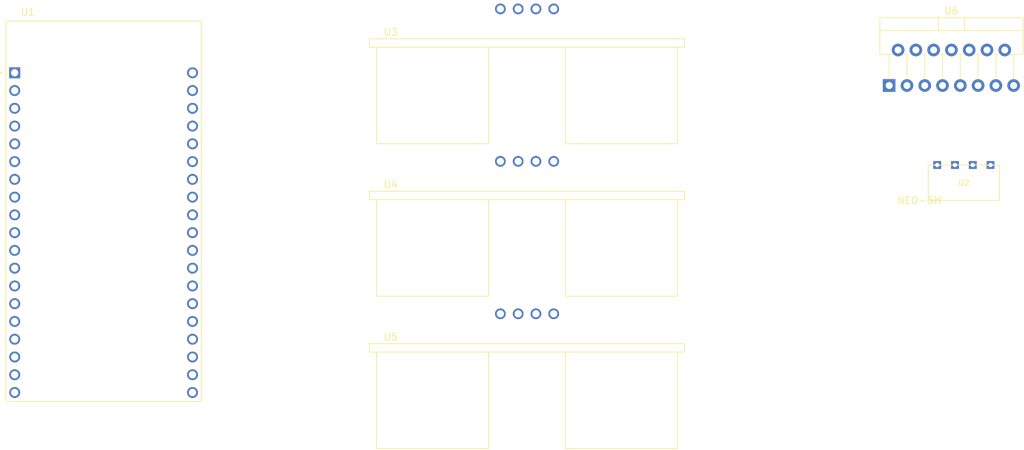
<source format=kicad_pcb>
(kicad_pcb (version 20240108) (generator "pcbnew") (generator_version "8.0")
  (layers (0 "F.Cu" signal) (31 "B.Cu" signal) (34 "B.Paste" user) (35 "F.Paste" user) (36 "B.SilkS" user "B.Silkscreen") (37 "F.SilkS" user "F.Silkscreen") (38 "B.Mask" user) (39 "F.Mask" user) (44 "Edge.Cuts" user))
  (net 0 "")
  (footprint "NEO-6M:NEO-6M" (layer "F.Cu") (at 166.31 42.97)
    (property "Reference" "U2" (at 0 0 0) (layer "F.SilkS") (effects (font (size 0.787402 0.787402))))
    (property "Value" "NEO-6M")
    (fp_line (start -5.08 -2.54) (end -5.08 2.54) (stroke (width 0.127)) (layer "F.SilkS"))
    (fp_line (start -5.08 2.54) (end 5.08 2.54) (stroke (width 0.127)) (layer "F.SilkS"))
    (fp_line (start 5.08 -2.54) (end -5.08 -2.54) (stroke (width 0.127)) (layer "F.SilkS"))
    (fp_line (start 5.08 2.54) (end 5.08 -2.54) (stroke (width 0.127)) (layer "F.SilkS"))
    (fp_text user "NEO-6M" (at -6.35 2.54 0) (layer "F.SilkS"))
    (pad "GND" thru_hole rect (at -3.81 -2.54) (size 1.108 1.108) (drill 0.6) (layers "*.Cu" "*.Mask"))
    (pad "RX" thru_hole rect (at 1.27 -2.54) (size 1.108 1.108) (drill 0.6) (layers "*.Cu" "*.Mask"))
    (pad "TX" thru_hole rect (at -1.27 -2.54) (size 1.108 1.108) (drill 0.6) (layers "*.Cu" "*.Mask"))
    (pad "VCC" thru_hole rect (at 3.81 -2.54) (size 1.108 1.108) (drill 0.6) (layers "*.Cu" "*.Mask"))
  )
  (footprint "Package_TO_SOT_THT:TO-220-15_P2.54x2.54mm_StaggerOdd_Lead4.58mm_Vertical" (layer "F.Cu") (at 155.64 29.06)
    (property "Reference" "U6" (at 8.89 -10.7 0) (layer "F.SilkS"))
    (property "Value" "L298N")
    (fp_line (start -1.33 -9.7) (end -1.33 -4.459) (stroke (width 0.12)) (layer "F.SilkS"))
    (fp_line (start -1.33 -9.7) (end 19.11 -9.7) (stroke (width 0.12)) (layer "F.SilkS"))
    (fp_line (start -1.33 -7.86) (end 19.11 -7.86) (stroke (width 0.12)) (layer "F.SilkS"))
    (fp_line (start -1.33 -4.459) (end 0.346 -4.459) (stroke (width 0.12)) (layer "F.SilkS"))
    (fp_line (start 0 -4.459) (end 0 -1.05) (stroke (width 0.12)) (layer "F.SilkS"))
    (fp_line (start 2.195 -4.459) (end 2.886 -4.459) (stroke (width 0.12)) (layer "F.SilkS"))
    (fp_line (start 2.54 -4.459) (end 2.54 -1.065) (stroke (width 0.12)) (layer "F.SilkS"))
    (fp_line (start 4.735 -4.459) (end 5.426 -4.459) (stroke (width 0.12)) (layer "F.SilkS"))
    (fp_line (start 5.08 -4.459) (end 5.08 -1.065) (stroke (width 0.12)) (layer "F.SilkS"))
    (fp_line (start 7.041 -9.7) (end 7.041 -7.86) (stroke (width 0.12)) (layer "F.SilkS"))
    (fp_line (start 7.275 -4.459) (end 7.966 -4.459) (stroke (width 0.12)) (layer "F.SilkS"))
    (fp_line (start 7.62 -4.459) (end 7.62 -1.065) (stroke (width 0.12)) (layer "F.SilkS"))
    (fp_line (start 9.815 -4.459) (end 10.506 -4.459) (stroke (width 0.12)) (layer "F.SilkS"))
    (fp_line (start 10.16 -4.459) (end 10.16 -1.065) (stroke (width 0.12)) (layer "F.SilkS"))
    (fp_line (start 10.74 -9.7) (end 10.74 -7.86) (stroke (width 0.12)) (layer "F.SilkS"))
    (fp_line (start 12.355 -4.459) (end 13.046 -4.459) (stroke (width 0.12)) (layer "F.SilkS"))
    (fp_line (start 12.7 -4.459) (end 12.7 -1.065) (stroke (width 0.12)) (layer "F.SilkS"))
    (fp_line (start 14.895 -4.459) (end 15.586 -4.459) (stroke (width 0.12)) (layer "F.SilkS"))
    (fp_line (start 15.24 -4.459) (end 15.24 -1.065) (stroke (width 0.12)) (layer "F.SilkS"))
    (fp_line (start 17.435 -4.459) (end 19.11 -4.459) (stroke (width 0.12)) (layer "F.SilkS"))
    (fp_line (start 17.78 -4.459) (end 17.78 -1.065) (stroke (width 0.12)) (layer "F.SilkS"))
    (fp_line (start 19.11 -9.7) (end 19.11 -4.459) (stroke (width 0.12)) (layer "F.SilkS"))
    (pad "1" thru_hole rect (at 0 0) (size 1.8 1.8) (drill 1) (layers "*.Cu" "*.Mask"))
    (pad "2" thru_hole oval (at 1.27 -5.08) (size 1.8 1.8) (drill 1) (layers "*.Cu" "*.Mask"))
    (pad "3" thru_hole oval (at 2.54 0) (size 1.8 1.8) (drill 1) (layers "*.Cu" "*.Mask"))
    (pad "4" thru_hole oval (at 3.81 -5.08) (size 1.8 1.8) (drill 1) (layers "*.Cu" "*.Mask"))
    (pad "5" thru_hole oval (at 5.08 0) (size 1.8 1.8) (drill 1) (layers "*.Cu" "*.Mask"))
    (pad "6" thru_hole oval (at 6.35 -5.08) (size 1.8 1.8) (drill 1) (layers "*.Cu" "*.Mask"))
    (pad "7" thru_hole oval (at 7.62 0) (size 1.8 1.8) (drill 1) (layers "*.Cu" "*.Mask"))
    (pad "8" thru_hole oval (at 8.89 -5.08) (size 1.8 1.8) (drill 1) (layers "*.Cu" "*.Mask"))
    (pad "9" thru_hole oval (at 10.16 0) (size 1.8 1.8) (drill 1) (layers "*.Cu" "*.Mask"))
    (pad "10" thru_hole oval (at 11.43 -5.08) (size 1.8 1.8) (drill 1) (layers "*.Cu" "*.Mask"))
    (pad "11" thru_hole oval (at 12.7 0) (size 1.8 1.8) (drill 1) (layers "*.Cu" "*.Mask"))
    (pad "12" thru_hole oval (at 13.97 -5.08) (size 1.8 1.8) (drill 1) (layers "*.Cu" "*.Mask"))
    (pad "13" thru_hole oval (at 15.24 0) (size 1.8 1.8) (drill 1) (layers "*.Cu" "*.Mask"))
    (pad "14" thru_hole oval (at 16.51 -5.08) (size 1.8 1.8) (drill 1) (layers "*.Cu" "*.Mask"))
    (pad "15" thru_hole oval (at 17.78 0) (size 1.8 1.8) (drill 1) (layers "*.Cu" "*.Mask"))
  )
  (footprint "esp32:MODULE_ESP32-DEVKITC-32D" (layer "F.Cu") (at 43.42 47)
    (property "Reference" "U1" (at -10.829175 -28.446045 0) (layer "F.SilkS") (effects (font (size 1.000386 1.000386))))
    (property "Value" "ESP32-DEVKITC-32D")
    (fp_line (start -13.95 -27.15) (end 13.95 -27.15) (stroke (width 0.127)) (layer "F.SilkS"))
    (fp_line (start -13.95 27.25) (end -13.95 -27.15) (stroke (width 0.127)) (layer "F.SilkS"))
    (fp_line (start 13.95 -27.15) (end 13.95 27.25) (stroke (width 0.127)) (layer "F.SilkS"))
    (fp_line (start 13.95 27.25) (end -13.95 27.25) (stroke (width 0.127)) (layer "F.SilkS"))
    (fp_circle (center -14.6 -19.76) (end -14.5 -19.76) (stroke (width 0.2)) (fill none) (layer "F.SilkS"))
    (pad "J2-1" thru_hole rect (at -12.7 -19.76) (size 1.56 1.56) (drill 1.04) (layers "*.Cu" "*.Mask"))
    (pad "J2-2" thru_hole circle (at -12.7 -17.22) (size 1.56 1.56) (drill 1.04) (layers "*.Cu" "*.Mask"))
    (pad "J2-3" thru_hole circle (at -12.7 -14.68) (size 1.56 1.56) (drill 1.04) (layers "*.Cu" "*.Mask"))
    (pad "J2-4" thru_hole circle (at -12.7 -12.14) (size 1.56 1.56) (drill 1.04) (layers "*.Cu" "*.Mask"))
    (pad "J2-5" thru_hole circle (at -12.7 -9.6) (size 1.56 1.56) (drill 1.04) (layers "*.Cu" "*.Mask"))
    (pad "J2-6" thru_hole circle (at -12.7 -7.06) (size 1.56 1.56) (drill 1.04) (layers "*.Cu" "*.Mask"))
    (pad "J2-7" thru_hole circle (at -12.7 -4.52) (size 1.56 1.56) (drill 1.04) (layers "*.Cu" "*.Mask"))
    (pad "J2-8" thru_hole circle (at -12.7 -1.98) (size 1.56 1.56) (drill 1.04) (layers "*.Cu" "*.Mask"))
    (pad "J2-9" thru_hole circle (at -12.7 0.56) (size 1.56 1.56) (drill 1.04) (layers "*.Cu" "*.Mask"))
    (pad "J2-10" thru_hole circle (at -12.7 3.1) (size 1.56 1.56) (drill 1.04) (layers "*.Cu" "*.Mask"))
    (pad "J2-11" thru_hole circle (at -12.7 5.64) (size 1.56 1.56) (drill 1.04) (layers "*.Cu" "*.Mask"))
    (pad "J2-12" thru_hole circle (at -12.7 8.18) (size 1.56 1.56) (drill 1.04) (layers "*.Cu" "*.Mask"))
    (pad "J2-13" thru_hole circle (at -12.7 10.72) (size 1.56 1.56) (drill 1.04) (layers "*.Cu" "*.Mask"))
    (pad "J2-14" thru_hole circle (at -12.7 13.26) (size 1.56 1.56) (drill 1.04) (layers "*.Cu" "*.Mask"))
    (pad "J2-15" thru_hole circle (at -12.7 15.8) (size 1.56 1.56) (drill 1.04) (layers "*.Cu" "*.Mask"))
    (pad "J2-16" thru_hole circle (at -12.7 18.34) (size 1.56 1.56) (drill 1.04) (layers "*.Cu" "*.Mask"))
    (pad "J2-17" thru_hole circle (at -12.7 20.88) (size 1.56 1.56) (drill 1.04) (layers "*.Cu" "*.Mask"))
    (pad "J2-18" thru_hole circle (at -12.7 23.42) (size 1.56 1.56) (drill 1.04) (layers "*.Cu" "*.Mask"))
    (pad "J2-19" thru_hole circle (at -12.7 25.96) (size 1.56 1.56) (drill 1.04) (layers "*.Cu" "*.Mask"))
    (pad "J3-1" thru_hole circle (at 12.7 -19.76) (size 1.56 1.56) (drill 1.04) (layers "*.Cu" "*.Mask"))
    (pad "J3-2" thru_hole circle (at 12.7 -17.22) (size 1.56 1.56) (drill 1.04) (layers "*.Cu" "*.Mask"))
    (pad "J3-3" thru_hole circle (at 12.7 -14.68) (size 1.56 1.56) (drill 1.04) (layers "*.Cu" "*.Mask"))
    (pad "J3-4" thru_hole circle (at 12.7 -12.14) (size 1.56 1.56) (drill 1.04) (layers "*.Cu" "*.Mask"))
    (pad "J3-5" thru_hole circle (at 12.7 -9.6) (size 1.56 1.56) (drill 1.04) (layers "*.Cu" "*.Mask"))
    (pad "J3-6" thru_hole circle (at 12.7 -7.06) (size 1.56 1.56) (drill 1.04) (layers "*.Cu" "*.Mask"))
    (pad "J3-7" thru_hole circle (at 12.7 -4.52) (size 1.56 1.56) (drill 1.04) (layers "*.Cu" "*.Mask"))
    (pad "J3-8" thru_hole circle (at 12.7 -1.98) (size 1.56 1.56) (drill 1.04) (layers "*.Cu" "*.Mask"))
    (pad "J3-9" thru_hole circle (at 12.7 0.56) (size 1.56 1.56) (drill 1.04) (layers "*.Cu" "*.Mask"))
    (pad "J3-10" thru_hole circle (at 12.7 3.1) (size 1.56 1.56) (drill 1.04) (layers "*.Cu" "*.Mask"))
    (pad "J3-11" thru_hole circle (at 12.7 5.64) (size 1.56 1.56) (drill 1.04) (layers "*.Cu" "*.Mask"))
    (pad "J3-12" thru_hole circle (at 12.7 8.18) (size 1.56 1.56) (drill 1.04) (layers "*.Cu" "*.Mask"))
    (pad "J3-13" thru_hole circle (at 12.7 10.72) (size 1.56 1.56) (drill 1.04) (layers "*.Cu" "*.Mask"))
    (pad "J3-14" thru_hole circle (at 12.7 13.26) (size 1.56 1.56) (drill 1.04) (layers "*.Cu" "*.Mask"))
    (pad "J3-15" thru_hole circle (at 12.7 15.8) (size 1.56 1.56) (drill 1.04) (layers "*.Cu" "*.Mask"))
    (pad "J3-16" thru_hole circle (at 12.7 18.34) (size 1.56 1.56) (drill 1.04) (layers "*.Cu" "*.Mask"))
    (pad "J3-17" thru_hole circle (at 12.7 20.88) (size 1.56 1.56) (drill 1.04) (layers "*.Cu" "*.Mask"))
    (pad "J3-18" thru_hole circle (at 12.7 23.42) (size 1.56 1.56) (drill 1.04) (layers "*.Cu" "*.Mask"))
    (pad "J3-19" thru_hole circle (at 12.7 25.96) (size 1.56 1.56) (drill 1.04) (layers "*.Cu" "*.Mask"))
  )
  (footprint "HC-SR04:XCVR_HC-SR04" (layer "F.Cu") (at 103.91 39.905)
    (property "Reference" "U4" (at -19.48505 3.31671 0) (layer "F.SilkS") (effects (font (size 1.00052 1.00052))))
    (property "Value" "HC-SR04")
    (fp_line (start -22.5 4.27) (end 22.5 4.27) (stroke (width 0.127)) (layer "F.SilkS"))
    (fp_line (start -22.5 5.47) (end -22.5 4.27) (stroke (width 0.127)) (layer "F.SilkS"))
    (fp_line (start -21.5 5.47) (end -22.5 5.47) (stroke (width 0.127)) (layer "F.SilkS"))
    (fp_line (start -21.5 5.47) (end -21.5 19.27) (stroke (width 0.127)) (layer "F.SilkS"))
    (fp_line (start -21.5 19.27) (end -5.5 19.27) (stroke (width 0.127)) (layer "F.SilkS"))
    (fp_line (start -5.5 5.47) (end -21.5 5.47) (stroke (width 0.127)) (layer "F.SilkS"))
    (fp_line (start -5.5 5.47) (end -5.5 19.27) (stroke (width 0.127)) (layer "F.SilkS"))
    (fp_line (start 5.5 5.47) (end -5.5 5.47) (stroke (width 0.127)) (layer "F.SilkS"))
    (fp_line (start 5.5 5.47) (end 5.5 19.27) (stroke (width 0.127)) (layer "F.SilkS"))
    (fp_line (start 5.5 19.27) (end 21.5 19.27) (stroke (width 0.127)) (layer "F.SilkS"))
    (fp_line (start 21.5 5.47) (end 5.5 5.47) (stroke (width 0.127)) (layer "F.SilkS"))
    (fp_line (start 21.5 5.47) (end 21.5 19.27) (stroke (width 0.127)) (layer "F.SilkS"))
    (fp_line (start 22.5 4.27) (end 22.5 5.47) (stroke (width 0.127)) (layer "F.SilkS"))
    (fp_line (start 22.5 5.47) (end 21.5 5.47) (stroke (width 0.127)) (layer "F.SilkS"))
    (pad "1" thru_hole circle (at -3.81 0) (size 1.53 1.53) (drill 1.02) (layers "*.Cu" "*.Mask"))
    (pad "2" thru_hole circle (at -1.27 0) (size 1.53 1.53) (drill 1.02) (layers "*.Cu" "*.Mask"))
    (pad "3" thru_hole circle (at 1.27 0) (size 1.53 1.53) (drill 1.02) (layers "*.Cu" "*.Mask"))
    (pad "4" thru_hole circle (at 3.81 0) (size 1.53 1.53) (drill 1.02) (layers "*.Cu" "*.Mask"))
  )
  (footprint "HC-SR04:XCVR_HC-SR04" (layer "F.Cu") (at 103.91 18.105)
    (property "Reference" "U3" (at -19.48505 3.31671 0) (layer "F.SilkS") (effects (font (size 1.00052 1.00052))))
    (property "Value" "HC-SR04")
    (fp_line (start -22.5 4.27) (end 22.5 4.27) (stroke (width 0.127)) (layer "F.SilkS"))
    (fp_line (start -22.5 5.47) (end -22.5 4.27) (stroke (width 0.127)) (layer "F.SilkS"))
    (fp_line (start -21.5 5.47) (end -22.5 5.47) (stroke (width 0.127)) (layer "F.SilkS"))
    (fp_line (start -21.5 5.47) (end -21.5 19.27) (stroke (width 0.127)) (layer "F.SilkS"))
    (fp_line (start -21.5 19.27) (end -5.5 19.27) (stroke (width 0.127)) (layer "F.SilkS"))
    (fp_line (start -5.5 5.47) (end -21.5 5.47) (stroke (width 0.127)) (layer "F.SilkS"))
    (fp_line (start -5.5 5.47) (end -5.5 19.27) (stroke (width 0.127)) (layer "F.SilkS"))
    (fp_line (start 5.5 5.47) (end -5.5 5.47) (stroke (width 0.127)) (layer "F.SilkS"))
    (fp_line (start 5.5 5.47) (end 5.5 19.27) (stroke (width 0.127)) (layer "F.SilkS"))
    (fp_line (start 5.5 19.27) (end 21.5 19.27) (stroke (width 0.127)) (layer "F.SilkS"))
    (fp_line (start 21.5 5.47) (end 5.5 5.47) (stroke (width 0.127)) (layer "F.SilkS"))
    (fp_line (start 21.5 5.47) (end 21.5 19.27) (stroke (width 0.127)) (layer "F.SilkS"))
    (fp_line (start 22.5 4.27) (end 22.5 5.47) (stroke (width 0.127)) (layer "F.SilkS"))
    (fp_line (start 22.5 5.47) (end 21.5 5.47) (stroke (width 0.127)) (layer "F.SilkS"))
    (pad "1" thru_hole circle (at -3.81 0) (size 1.53 1.53) (drill 1.02) (layers "*.Cu" "*.Mask"))
    (pad "2" thru_hole circle (at -1.27 0) (size 1.53 1.53) (drill 1.02) (layers "*.Cu" "*.Mask"))
    (pad "3" thru_hole circle (at 1.27 0) (size 1.53 1.53) (drill 1.02) (layers "*.Cu" "*.Mask"))
    (pad "4" thru_hole circle (at 3.81 0) (size 1.53 1.53) (drill 1.02) (layers "*.Cu" "*.Mask"))
  )
  (footprint "HC-SR04:XCVR_HC-SR04" (layer "F.Cu") (at 103.91 61.705)
    (property "Reference" "U5" (at -19.48505 3.31671 0) (layer "F.SilkS") (effects (font (size 1.00052 1.00052))))
    (property "Value" "HC-SR04")
    (fp_line (start -22.5 4.27) (end 22.5 4.27) (stroke (width 0.127)) (layer "F.SilkS"))
    (fp_line (start -22.5 5.47) (end -22.5 4.27) (stroke (width 0.127)) (layer "F.SilkS"))
    (fp_line (start -21.5 5.47) (end -22.5 5.47) (stroke (width 0.127)) (layer "F.SilkS"))
    (fp_line (start -21.5 5.47) (end -21.5 19.27) (stroke (width 0.127)) (layer "F.SilkS"))
    (fp_line (start -21.5 19.27) (end -5.5 19.27) (stroke (width 0.127)) (layer "F.SilkS"))
    (fp_line (start -5.5 5.47) (end -21.5 5.47) (stroke (width 0.127)) (layer "F.SilkS"))
    (fp_line (start -5.5 5.47) (end -5.5 19.27) (stroke (width 0.127)) (layer "F.SilkS"))
    (fp_line (start 5.5 5.47) (end -5.5 5.47) (stroke (width 0.127)) (layer "F.SilkS"))
    (fp_line (start 5.5 5.47) (end 5.5 19.27) (stroke (width 0.127)) (layer "F.SilkS"))
    (fp_line (start 5.5 19.27) (end 21.5 19.27) (stroke (width 0.127)) (layer "F.SilkS"))
    (fp_line (start 21.5 5.47) (end 5.5 5.47) (stroke (width 0.127)) (layer "F.SilkS"))
    (fp_line (start 21.5 5.47) (end 21.5 19.27) (stroke (width 0.127)) (layer "F.SilkS"))
    (fp_line (start 22.5 4.27) (end 22.5 5.47) (stroke (width 0.127)) (layer "F.SilkS"))
    (fp_line (start 22.5 5.47) (end 21.5 5.47) (stroke (width 0.127)) (layer "F.SilkS"))
    (pad "1" thru_hole circle (at -3.81 0) (size 1.53 1.53) (drill 1.02) (layers "*.Cu" "*.Mask"))
    (pad "2" thru_hole circle (at -1.27 0) (size 1.53 1.53) (drill 1.02) (layers "*.Cu" "*.Mask"))
    (pad "3" thru_hole circle (at 1.27 0) (size 1.53 1.53) (drill 1.02) (layers "*.Cu" "*.Mask"))
    (pad "4" thru_hole circle (at 3.81 0) (size 1.53 1.53) (drill 1.02) (layers "*.Cu" "*.Mask"))
  )
)
</source>
